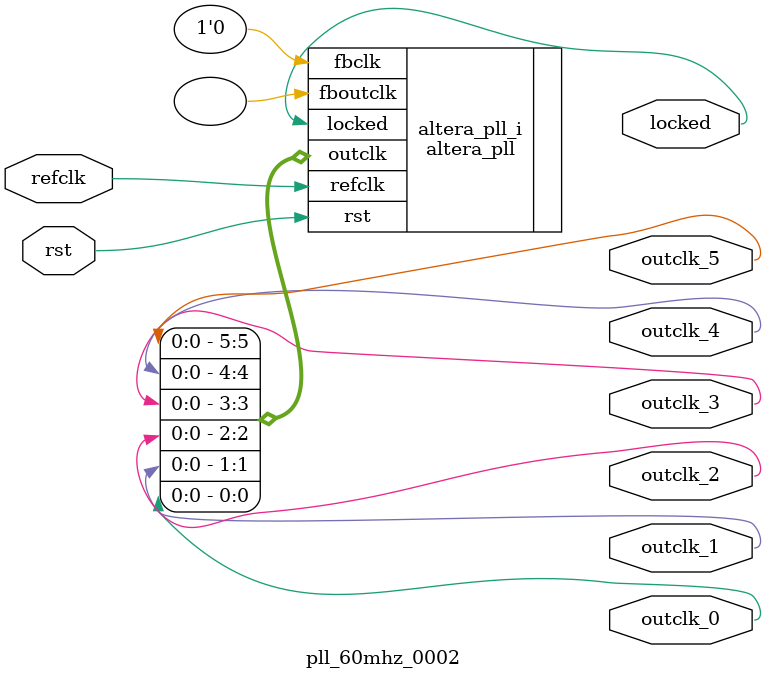
<source format=v>
`timescale 1ns/10ps
module  pll_60mhz_0002(

	// interface 'refclk'
	input wire refclk,

	// interface 'reset'
	input wire rst,

	// interface 'outclk0'
	output wire outclk_0,

	// interface 'outclk1'
	output wire outclk_1,

	// interface 'outclk2'
	output wire outclk_2,

	// interface 'outclk3'
	output wire outclk_3,

	// interface 'outclk4'
	output wire outclk_4,

	// interface 'outclk5'
	output wire outclk_5,

	// interface 'locked'
	output wire locked
);

	altera_pll #(
		.fractional_vco_multiplier("false"),
		.reference_clock_frequency("100.0 MHz"),
		.operation_mode("direct"),
		.number_of_clocks(6),
		.output_clock_frequency0("60.000000 MHz"),
		.phase_shift0("0 ps"),
		.duty_cycle0(50),
		.output_clock_frequency1("120.000000 MHz"),
		.phase_shift1("0 ps"),
		.duty_cycle1(50),
		.output_clock_frequency2("120.000000 MHz"),
		.phase_shift2("4166 ps"),
		.duty_cycle2(50),
		.output_clock_frequency3("60.000000 MHz"),
		.phase_shift3("4166 ps"),
		.duty_cycle3(50),
		.output_clock_frequency4("60.000000 MHz"),
		.phase_shift4("8333 ps"),
		.duty_cycle4(50),
		.output_clock_frequency5("60.000000 MHz"),
		.phase_shift5("12500 ps"),
		.duty_cycle5(50),
		.output_clock_frequency6("0 MHz"),
		.phase_shift6("0 ps"),
		.duty_cycle6(50),
		.output_clock_frequency7("0 MHz"),
		.phase_shift7("0 ps"),
		.duty_cycle7(50),
		.output_clock_frequency8("0 MHz"),
		.phase_shift8("0 ps"),
		.duty_cycle8(50),
		.output_clock_frequency9("0 MHz"),
		.phase_shift9("0 ps"),
		.duty_cycle9(50),
		.output_clock_frequency10("0 MHz"),
		.phase_shift10("0 ps"),
		.duty_cycle10(50),
		.output_clock_frequency11("0 MHz"),
		.phase_shift11("0 ps"),
		.duty_cycle11(50),
		.output_clock_frequency12("0 MHz"),
		.phase_shift12("0 ps"),
		.duty_cycle12(50),
		.output_clock_frequency13("0 MHz"),
		.phase_shift13("0 ps"),
		.duty_cycle13(50),
		.output_clock_frequency14("0 MHz"),
		.phase_shift14("0 ps"),
		.duty_cycle14(50),
		.output_clock_frequency15("0 MHz"),
		.phase_shift15("0 ps"),
		.duty_cycle15(50),
		.output_clock_frequency16("0 MHz"),
		.phase_shift16("0 ps"),
		.duty_cycle16(50),
		.output_clock_frequency17("0 MHz"),
		.phase_shift17("0 ps"),
		.duty_cycle17(50),
		.pll_type("General"),
		.pll_subtype("General")
	) altera_pll_i (
		.rst	(rst),
		.outclk	({outclk_5, outclk_4, outclk_3, outclk_2, outclk_1, outclk_0}),
		.locked	(locked),
		.fboutclk	( ),
		.fbclk	(1'b0),
		.refclk	(refclk)
	);
endmodule


</source>
